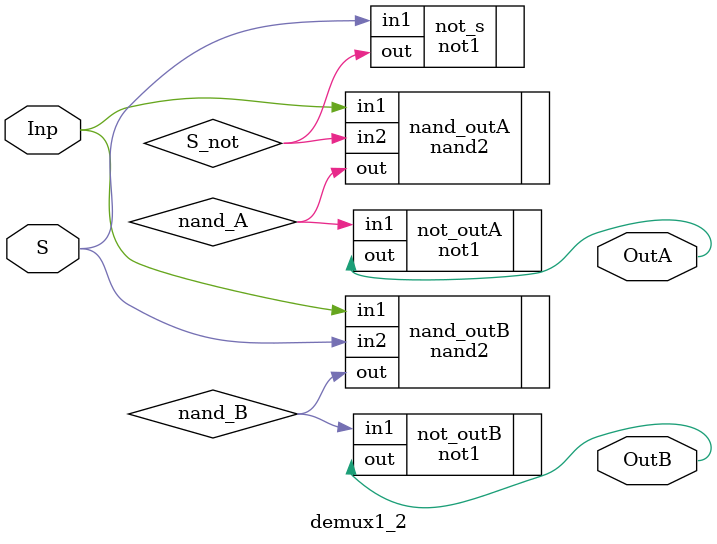
<source format=v>
module demux1_2 (Inp, S, OutA, OutB);
input Inp;
input S;
output OutA; //00
output OutB; //01

wire S_not;
wire nand_A;
wire nand_B;

not1 not_s( .in1(S), 
            .out(S_not));

nand2 nand_outA(.in1(Inp), 
                .in2(S_not), 
                .out(nand_A));

nand2 nand_outB(.in1(Inp), 
                .in2(S), 
                .out(nand_B));

not1 not_outA(  .in1(nand_A), 
                .out(OutA));

not1 not_outB(  .in1(nand_B),
                .out(OutB));

//NOTE: Using not1 instead of ~ operator just for
//      purpose of this assignment.
endmodule
</source>
